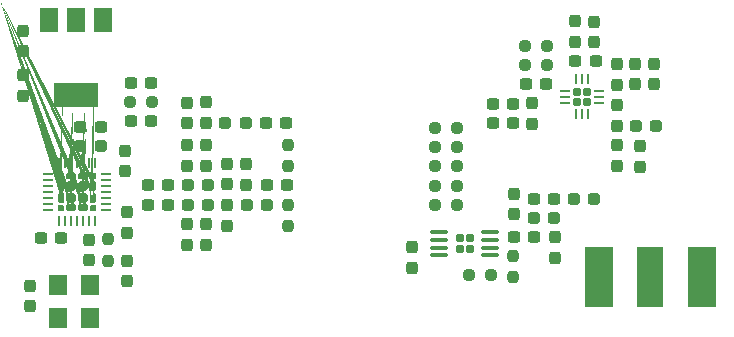
<source format=gtp>
%TF.GenerationSoftware,KiCad,Pcbnew,6.0.0*%
%TF.CreationDate,2022-01-11T02:49:15-08:00*%
%TF.ProjectId,ax5043,61783530-3433-42e6-9b69-6361645f7063,rev?*%
%TF.SameCoordinates,Original*%
%TF.FileFunction,Paste,Top*%
%TF.FilePolarity,Positive*%
%FSLAX46Y46*%
G04 Gerber Fmt 4.6, Leading zero omitted, Abs format (unit mm)*
G04 Created by KiCad (PCBNEW 6.0.0) date 2022-01-11 02:49:15*
%MOMM*%
%LPD*%
G01*
G04 APERTURE LIST*
G04 Aperture macros list*
%AMRoundRect*
0 Rectangle with rounded corners*
0 $1 Rounding radius*
0 $2 $3 $4 $5 $6 $7 $8 $9 X,Y pos of 4 corners*
0 Add a 4 corners polygon primitive as box body*
4,1,4,$2,$3,$4,$5,$6,$7,$8,$9,$2,$3,0*
0 Add four circle primitives for the rounded corners*
1,1,$1+$1,$2,$3*
1,1,$1+$1,$4,$5*
1,1,$1+$1,$6,$7*
1,1,$1+$1,$8,$9*
0 Add four rect primitives between the rounded corners*
20,1,$1+$1,$2,$3,$4,$5,0*
20,1,$1+$1,$4,$5,$6,$7,0*
20,1,$1+$1,$6,$7,$8,$9,0*
20,1,$1+$1,$8,$9,$2,$3,0*%
%AMFreePoly0*
4,1,48,0.180784,0.266839,0.197812,0.266839,0.211588,0.256830,0.227783,0.251568,0.237792,0.237792,0.251568,0.227783,0.256830,0.211588,0.266839,0.197812,0.266839,0.180784,0.272101,0.164589,0.272101,-0.164589,0.266839,-0.180784,0.266839,-0.197812,0.256830,-0.211588,0.251568,-0.227783,0.237792,-0.237792,0.227783,-0.251568,0.211588,-0.256830,0.197812,-0.266839,0.180784,-0.266839,
0.164589,-0.272101,-0.164589,-0.272101,-0.180784,-0.266839,-0.197812,-0.266839,-0.211588,-0.256830,-0.227783,-0.251568,-0.237792,-0.237792,-0.251568,-0.227783,-0.256830,-0.211588,-0.266839,-0.197812,-0.266839,-0.180784,-0.272101,-0.164589,-0.272101,0.075523,-0.269420,0.083774,-0.270777,0.092342,-0.259348,0.114772,-0.251568,0.138717,-0.244549,0.143817,-0.240611,0.151545,-0.151546,0.240611,
-0.143816,0.244550,-0.138717,0.251568,-0.114773,0.259348,-0.092342,0.270777,-0.083774,0.269420,-0.075523,0.272101,0.164589,0.272101,0.180784,0.266839,0.180784,0.266839,$1*%
%AMFreePoly1*
4,1,51,0.121446,0.402193,0.123663,0.402787,0.127060,0.401203,0.145390,0.397971,0.159647,0.386008,0.176512,0.378144,0.247132,0.307525,0.250168,0.303189,0.252157,0.302041,0.253440,0.298517,0.264114,0.283273,0.265736,0.264734,0.272101,0.247246,0.272101,-0.247246,0.271182,-0.252459,0.271776,-0.254677,0.270192,-0.258075,0.266960,-0.276402,0.254997,-0.290659,0.247132,-0.307525,
0.176512,-0.378144,0.172177,-0.381179,0.171029,-0.383168,0.167505,-0.384451,0.152260,-0.395125,0.133722,-0.396747,0.116234,-0.403112,-0.186855,-0.403112,-0.197929,-0.401159,-0.201658,-0.401817,-0.204937,-0.399924,-0.216011,-0.397971,-0.232977,-0.383735,-0.252157,-0.372661,-0.254788,-0.365433,-0.260680,-0.360489,-0.264526,-0.338678,-0.272101,-0.317866,-0.272101,0.317866,-0.270148,0.328940,
-0.270806,0.332669,-0.268913,0.335948,-0.266960,0.347022,-0.252724,0.363988,-0.241650,0.383168,-0.234422,0.385799,-0.229478,0.391691,-0.207667,0.395537,-0.186855,0.403112,0.116234,0.403112,0.121446,0.402193,0.121446,0.402193,$1*%
%AMFreePoly2*
4,1,51,0.328940,0.270148,0.332669,0.270806,0.335948,0.268913,0.347022,0.266960,0.363988,0.252724,0.383168,0.241650,0.385799,0.234422,0.391691,0.229478,0.395537,0.207667,0.403112,0.186855,0.403112,-0.116234,0.402193,-0.121446,0.402787,-0.123663,0.401203,-0.127060,0.397971,-0.145390,0.386008,-0.159647,0.378144,-0.176512,0.307524,-0.247133,0.303189,-0.250168,0.302041,-0.252157,
0.298518,-0.253439,0.283273,-0.264114,0.264734,-0.265736,0.247246,-0.272101,-0.247246,-0.272101,-0.252459,-0.271182,-0.254677,-0.271776,-0.258075,-0.270192,-0.276402,-0.266960,-0.290659,-0.254997,-0.307525,-0.247132,-0.378144,-0.176512,-0.381179,-0.172177,-0.383168,-0.171029,-0.384451,-0.167505,-0.395125,-0.152260,-0.396747,-0.133722,-0.403112,-0.116234,-0.403112,0.186855,-0.401159,0.197929,
-0.401817,0.201658,-0.399924,0.204937,-0.397971,0.216011,-0.383735,0.232977,-0.372661,0.252157,-0.365433,0.254788,-0.360489,0.260680,-0.338678,0.264526,-0.317866,0.272101,0.317866,0.272101,0.328940,0.270148,0.328940,0.270148,$1*%
%AMFreePoly3*
4,1,51,0.252459,0.271182,0.254676,0.271776,0.258073,0.270192,0.276402,0.266960,0.290658,0.254997,0.307524,0.247133,0.378144,0.176512,0.381179,0.172177,0.383168,0.171029,0.384451,0.167505,0.395125,0.152260,0.396747,0.133722,0.403112,0.116234,0.403112,-0.186855,0.401159,-0.197929,0.401817,-0.201658,0.399924,-0.204937,0.397971,-0.216011,0.383735,-0.232977,0.372661,-0.252157,
0.365433,-0.254788,0.360489,-0.260680,0.338678,-0.264526,0.317866,-0.272101,-0.317866,-0.272101,-0.328940,-0.270148,-0.332669,-0.270806,-0.335948,-0.268913,-0.347022,-0.266960,-0.363988,-0.252724,-0.383168,-0.241650,-0.385799,-0.234422,-0.391691,-0.229478,-0.395537,-0.207667,-0.403112,-0.186855,-0.403112,0.116234,-0.402193,0.121446,-0.402787,0.123663,-0.401203,0.127060,-0.397971,0.145390,
-0.386008,0.159647,-0.378144,0.176512,-0.307525,0.247132,-0.303189,0.250168,-0.302041,0.252157,-0.298517,0.253440,-0.283273,0.264114,-0.264734,0.265736,-0.247246,0.272101,0.247246,0.272101,0.252459,0.271182,0.252459,0.271182,$1*%
%AMFreePoly4*
4,1,48,0.180784,0.266839,0.197812,0.266839,0.211588,0.256830,0.227783,0.251568,0.237792,0.237792,0.251568,0.227783,0.256830,0.211588,0.266839,0.197812,0.266839,0.180784,0.272101,0.164589,0.272101,-0.075523,0.269420,-0.083774,0.270777,-0.092342,0.259348,-0.114773,0.251568,-0.138717,0.244550,-0.143816,0.240611,-0.151546,0.151545,-0.240611,0.143817,-0.244549,0.138717,-0.251568,
0.114772,-0.259348,0.092342,-0.270777,0.083774,-0.269420,0.075523,-0.272101,-0.164589,-0.272101,-0.180784,-0.266839,-0.197812,-0.266839,-0.211588,-0.256830,-0.227783,-0.251568,-0.237792,-0.237792,-0.251568,-0.227783,-0.256830,-0.211588,-0.266839,-0.197812,-0.266839,-0.180784,-0.272101,-0.164589,-0.272101,0.164589,-0.266839,0.180784,-0.266839,0.197812,-0.256830,0.211588,-0.251568,0.227783,
-0.237792,0.237792,-0.227783,0.251568,-0.211588,0.256830,-0.197812,0.266839,-0.180784,0.266839,-0.164589,0.272101,0.164589,0.272101,0.180784,0.266839,0.180784,0.266839,$1*%
%AMFreePoly5*
4,1,51,0.197929,0.401159,0.201658,0.401817,0.204937,0.399924,0.216011,0.397971,0.232977,0.383735,0.252157,0.372661,0.254788,0.365433,0.260680,0.360489,0.264526,0.338678,0.272101,0.317866,0.272101,-0.317866,0.270148,-0.328940,0.270806,-0.332669,0.268913,-0.335948,0.266960,-0.347022,0.252724,-0.363988,0.241650,-0.383168,0.234422,-0.385799,0.229478,-0.391691,0.207667,-0.395537,
0.186855,-0.403112,-0.116234,-0.403112,-0.121446,-0.402193,-0.123663,-0.402787,-0.127060,-0.401203,-0.145390,-0.397971,-0.159647,-0.386008,-0.176512,-0.378144,-0.247133,-0.307524,-0.250168,-0.303189,-0.252157,-0.302041,-0.253439,-0.298518,-0.264114,-0.283273,-0.265736,-0.264734,-0.272101,-0.247246,-0.272101,0.247246,-0.271182,0.252459,-0.271776,0.254676,-0.270192,0.258073,-0.266960,0.276402,
-0.254997,0.290658,-0.247133,0.307524,-0.176512,0.378144,-0.172177,0.381179,-0.171029,0.383168,-0.167505,0.384451,-0.152260,0.395125,-0.133722,0.396747,-0.116234,0.403112,0.186855,0.403112,0.197929,0.401159,0.197929,0.401159,$1*%
%AMFreePoly6*
4,1,48,0.083774,0.269420,0.092342,0.270777,0.114772,0.259348,0.138717,0.251568,0.143817,0.244549,0.151545,0.240611,0.240611,0.151546,0.244550,0.143816,0.251568,0.138717,0.259348,0.114773,0.270777,0.092342,0.269420,0.083774,0.272101,0.075523,0.272101,-0.164589,0.266839,-0.180784,0.266839,-0.197812,0.256830,-0.211588,0.251568,-0.227783,0.237792,-0.237792,0.227783,-0.251568,
0.211588,-0.256830,0.197812,-0.266839,0.180784,-0.266839,0.164589,-0.272101,-0.164589,-0.272101,-0.180784,-0.266839,-0.197812,-0.266839,-0.211588,-0.256830,-0.227783,-0.251568,-0.237792,-0.237792,-0.251568,-0.227783,-0.256830,-0.211588,-0.266839,-0.197812,-0.266839,-0.180784,-0.272101,-0.164589,-0.272101,0.164589,-0.266839,0.180784,-0.266839,0.197812,-0.256830,0.211588,-0.251568,0.227783,
-0.237792,0.237792,-0.227783,0.251568,-0.211588,0.256830,-0.197812,0.266839,-0.180784,0.266839,-0.164589,0.272101,0.075523,0.272101,0.083774,0.269420,0.083774,0.269420,$1*%
%AMFreePoly7*
4,1,48,0.180784,0.266839,0.197812,0.266839,0.211588,0.256830,0.227783,0.251568,0.237792,0.237792,0.251568,0.227783,0.256830,0.211588,0.266839,0.197812,0.266839,0.180784,0.272101,0.164589,0.272101,-0.164589,0.266839,-0.180784,0.266839,-0.197812,0.256830,-0.211588,0.251568,-0.227783,0.237792,-0.237792,0.227783,-0.251568,0.211588,-0.256830,0.197812,-0.266839,0.180784,-0.266839,
0.164589,-0.272101,-0.075523,-0.272101,-0.083774,-0.269420,-0.092342,-0.270777,-0.114773,-0.259348,-0.138717,-0.251568,-0.143816,-0.244550,-0.151546,-0.240611,-0.240611,-0.151545,-0.244549,-0.143817,-0.251568,-0.138717,-0.259348,-0.114772,-0.270777,-0.092342,-0.269420,-0.083774,-0.272101,-0.075523,-0.272101,0.164589,-0.266839,0.180784,-0.266839,0.197812,-0.256830,0.211588,-0.251568,0.227783,
-0.237792,0.237792,-0.227783,0.251568,-0.211588,0.256830,-0.197812,0.266839,-0.180784,0.266839,-0.164589,0.272101,0.164589,0.272101,0.180784,0.266839,0.180784,0.266839,$1*%
G04 Aperture macros list end*
%ADD10RoundRect,0.237500X-0.237500X0.300000X-0.237500X-0.300000X0.237500X-0.300000X0.237500X0.300000X0*%
%ADD11RoundRect,0.237500X0.237500X-0.300000X0.237500X0.300000X-0.237500X0.300000X-0.237500X-0.300000X0*%
%ADD12RoundRect,0.237500X-0.300000X-0.237500X0.300000X-0.237500X0.300000X0.237500X-0.300000X0.237500X0*%
%ADD13RoundRect,0.237500X0.300000X0.237500X-0.300000X0.237500X-0.300000X-0.237500X0.300000X-0.237500X0*%
%ADD14FreePoly0,180.000000*%
%ADD15FreePoly1,180.000000*%
%ADD16FreePoly2,180.000000*%
%ADD17FreePoly3,180.000000*%
%ADD18FreePoly4,180.000000*%
%ADD19RoundRect,0.201557X0.201556X0.201556X-0.201556X0.201556X-0.201556X-0.201556X0.201556X-0.201556X0*%
%ADD20FreePoly5,180.000000*%
%ADD21FreePoly6,180.000000*%
%ADD22FreePoly7,180.000000*%
%ADD23RoundRect,0.062500X0.337500X0.062500X-0.337500X0.062500X-0.337500X-0.062500X0.337500X-0.062500X0*%
%ADD24RoundRect,0.062500X0.062500X0.337500X-0.062500X0.337500X-0.062500X-0.337500X0.062500X-0.337500X0*%
%ADD25RoundRect,0.237500X-0.287500X-0.237500X0.287500X-0.237500X0.287500X0.237500X-0.287500X0.237500X0*%
%ADD26RoundRect,0.237500X-0.237500X0.287500X-0.237500X-0.287500X0.237500X-0.287500X0.237500X0.287500X0*%
%ADD27RoundRect,0.177500X-0.177500X-0.177500X0.177500X-0.177500X0.177500X0.177500X-0.177500X0.177500X0*%
%ADD28RoundRect,0.062500X-0.350000X-0.062500X0.350000X-0.062500X0.350000X0.062500X-0.350000X0.062500X0*%
%ADD29RoundRect,0.062500X-0.062500X-0.350000X0.062500X-0.350000X0.062500X0.350000X-0.062500X0.350000X0*%
%ADD30RoundRect,0.237500X0.237500X-0.287500X0.237500X0.287500X-0.237500X0.287500X-0.237500X-0.287500X0*%
%ADD31R,1.540000X1.800000*%
%ADD32RoundRect,0.237500X0.250000X0.237500X-0.250000X0.237500X-0.250000X-0.237500X0.250000X-0.237500X0*%
%ADD33RoundRect,0.237500X0.237500X-0.250000X0.237500X0.250000X-0.237500X0.250000X-0.237500X-0.250000X0*%
%ADD34RoundRect,0.237500X-0.237500X0.250000X-0.237500X-0.250000X0.237500X-0.250000X0.237500X0.250000X0*%
%ADD35RoundRect,0.237500X-0.250000X-0.237500X0.250000X-0.237500X0.250000X0.237500X-0.250000X0.237500X0*%
%ADD36RoundRect,0.237500X0.287500X0.237500X-0.287500X0.237500X-0.287500X-0.237500X0.287500X-0.237500X0*%
%ADD37R,2.290000X5.080000*%
%ADD38R,2.420000X5.080000*%
%ADD39RoundRect,0.170000X0.170000X0.210000X-0.170000X0.210000X-0.170000X-0.210000X0.170000X-0.210000X0*%
%ADD40RoundRect,0.100000X0.625000X0.100000X-0.625000X0.100000X-0.625000X-0.100000X0.625000X-0.100000X0*%
%ADD41R,1.500000X2.000000*%
%ADD42R,3.800000X2.000000*%
G04 APERTURE END LIST*
D10*
%TO.C,C101*%
X60500000Y-53837500D03*
X60500000Y-55562500D03*
%TD*%
D11*
%TO.C,C210*%
X112700000Y-65362500D03*
X112700000Y-63637500D03*
%TD*%
D12*
%TO.C,C116*%
X71037500Y-68600000D03*
X72762500Y-68600000D03*
%TD*%
D13*
%TO.C,C120*%
X82862500Y-66900000D03*
X81137500Y-66900000D03*
%TD*%
D12*
%TO.C,C107*%
X69637500Y-61500000D03*
X71362500Y-61500000D03*
%TD*%
D14*
%TO.C,U103*%
X63712500Y-66162500D03*
D15*
X66387500Y-68000000D03*
D16*
X64550000Y-68837500D03*
D17*
X65550000Y-66162500D03*
D18*
X66387500Y-68837500D03*
D19*
X64550000Y-68000000D03*
D15*
X66387500Y-67000000D03*
D19*
X65550000Y-68000000D03*
X65550000Y-67000000D03*
D20*
X63712500Y-68000000D03*
D19*
X64550000Y-67000000D03*
D17*
X64550000Y-66162500D03*
D21*
X66387500Y-66162500D03*
D16*
X65550000Y-68837500D03*
D22*
X63712500Y-68837500D03*
D20*
X63712500Y-67000000D03*
D23*
X67500000Y-69000000D03*
X67500000Y-68500000D03*
X67500000Y-68000000D03*
X67500000Y-67500000D03*
X67500000Y-67000000D03*
X67500000Y-66500000D03*
X67500000Y-66000000D03*
D24*
X66550000Y-65050000D03*
X66050000Y-65050000D03*
X65550000Y-65050000D03*
X65050000Y-65050000D03*
X64550000Y-65050000D03*
X64050000Y-65050000D03*
X63550000Y-65050000D03*
D23*
X62600000Y-66000000D03*
X62600000Y-66500000D03*
X62600000Y-67000000D03*
X62600000Y-67500000D03*
X62600000Y-68000000D03*
X62600000Y-68500000D03*
X62600000Y-69000000D03*
D24*
X63550000Y-69950000D03*
X64050000Y-69950000D03*
X64550000Y-69950000D03*
X65050000Y-69950000D03*
X65550000Y-69950000D03*
X66050000Y-69950000D03*
X66550000Y-69950000D03*
%TD*%
D10*
%TO.C,C204*%
X108843750Y-53075000D03*
X108843750Y-54800000D03*
%TD*%
D25*
%TO.C,L204*%
X112368750Y-61937500D03*
X114118750Y-61937500D03*
%TD*%
D26*
%TO.C,L205*%
X110743750Y-63562500D03*
X110743750Y-65312500D03*
%TD*%
D27*
%TO.C,U201*%
X108228750Y-59027500D03*
X107408750Y-59847500D03*
X107408750Y-59027500D03*
X108228750Y-59847500D03*
D28*
X106356250Y-58937500D03*
X106356250Y-59437500D03*
X106356250Y-59937500D03*
D29*
X107318750Y-60900000D03*
X107818750Y-60900000D03*
X108318750Y-60900000D03*
D28*
X109281250Y-59937500D03*
X109281250Y-59437500D03*
X109281250Y-58937500D03*
D29*
X108318750Y-57975000D03*
X107818750Y-57975000D03*
X107318750Y-57975000D03*
%TD*%
D12*
%TO.C,C115*%
X71037500Y-66900000D03*
X72762500Y-66900000D03*
%TD*%
D30*
%TO.C,L109*%
X79400000Y-66875000D03*
X79400000Y-65125000D03*
%TD*%
D13*
%TO.C,C202*%
X101981250Y-60037500D03*
X100256250Y-60037500D03*
%TD*%
D25*
%TO.C,L111*%
X107125000Y-68100000D03*
X108875000Y-68100000D03*
%TD*%
D10*
%TO.C,C206*%
X93400000Y-72175000D03*
X93400000Y-73900000D03*
%TD*%
D25*
%TO.C,L106*%
X74425000Y-66900000D03*
X76175000Y-66900000D03*
%TD*%
D31*
%TO.C,U102*%
X63460000Y-78200000D03*
X66140000Y-78200000D03*
X66140000Y-75400000D03*
X63460000Y-75400000D03*
%TD*%
D11*
%TO.C,C106*%
X69300000Y-75062500D03*
X69300000Y-73337500D03*
%TD*%
D10*
%TO.C,C119*%
X77800000Y-68637500D03*
X77800000Y-70362500D03*
%TD*%
%TO.C,C209*%
X113943750Y-56675000D03*
X113943750Y-58400000D03*
%TD*%
D26*
%TO.C,L103*%
X74400000Y-70225000D03*
X74400000Y-71975000D03*
%TD*%
D32*
%TO.C,R203*%
X97212500Y-65300000D03*
X95387500Y-65300000D03*
%TD*%
D10*
%TO.C,C123*%
X102100000Y-67637500D03*
X102100000Y-69362500D03*
%TD*%
D33*
%TO.C,R102*%
X67700000Y-73312500D03*
X67700000Y-71487500D03*
%TD*%
D32*
%TO.C,C121*%
X100112500Y-74500000D03*
X98287500Y-74500000D03*
%TD*%
D34*
%TO.C,R104*%
X82900000Y-63487500D03*
X82900000Y-65312500D03*
%TD*%
D35*
%TO.C,R202*%
X95387500Y-63700000D03*
X97212500Y-63700000D03*
%TD*%
D12*
%TO.C,C203*%
X103056250Y-58337500D03*
X104781250Y-58337500D03*
%TD*%
D35*
%TO.C,R103*%
X95387500Y-68600000D03*
X97212500Y-68600000D03*
%TD*%
D10*
%TO.C,C207*%
X110743750Y-60175000D03*
X110743750Y-61900000D03*
%TD*%
D26*
%TO.C,L203*%
X110743750Y-56662500D03*
X110743750Y-58412500D03*
%TD*%
D30*
%TO.C,L202*%
X107243750Y-54812500D03*
X107243750Y-53062500D03*
%TD*%
D36*
%TO.C,L108*%
X81175000Y-68600000D03*
X79425000Y-68600000D03*
%TD*%
D10*
%TO.C,C118*%
X77800000Y-65137500D03*
X77800000Y-66862500D03*
%TD*%
%TO.C,C114*%
X76000000Y-70237500D03*
X76000000Y-71962500D03*
%TD*%
D37*
%TO.C,J103*%
X113600000Y-74730000D03*
D38*
X109220000Y-74730000D03*
X117980000Y-74730000D03*
%TD*%
D34*
%TO.C,R105*%
X102000000Y-72887500D03*
X102000000Y-74712500D03*
%TD*%
D11*
%TO.C,C110*%
X69300000Y-70962500D03*
X69300000Y-69237500D03*
%TD*%
D32*
%TO.C,R206*%
X97212500Y-67000000D03*
X95387500Y-67000000D03*
%TD*%
D25*
%TO.C,L107*%
X74425000Y-68600000D03*
X76175000Y-68600000D03*
%TD*%
D10*
%TO.C,C111*%
X69100000Y-64037500D03*
X69100000Y-65762500D03*
%TD*%
D25*
%TO.C,L101*%
X65325000Y-63600000D03*
X67075000Y-63600000D03*
%TD*%
D30*
%TO.C,L104*%
X76000000Y-61675000D03*
X76000000Y-59925000D03*
%TD*%
D35*
%TO.C,R205*%
X103006250Y-55137500D03*
X104831250Y-55137500D03*
%TD*%
D10*
%TO.C,C208*%
X112343750Y-56675000D03*
X112343750Y-58400000D03*
%TD*%
D25*
%TO.C,L105*%
X77625000Y-61700000D03*
X79375000Y-61700000D03*
%TD*%
D35*
%TO.C,R204*%
X103006250Y-56737500D03*
X104831250Y-56737500D03*
%TD*%
D13*
%TO.C,C104*%
X71362500Y-58300000D03*
X69637500Y-58300000D03*
%TD*%
D12*
%TO.C,C124*%
X103737500Y-68100000D03*
X105462500Y-68100000D03*
%TD*%
%TO.C,C205*%
X107256250Y-56437500D03*
X108981250Y-56437500D03*
%TD*%
D10*
%TO.C,C103*%
X61100000Y-75437500D03*
X61100000Y-77162500D03*
%TD*%
D34*
%TO.C,R106*%
X82900000Y-68587500D03*
X82900000Y-70412500D03*
%TD*%
D35*
%TO.C,R201*%
X95387500Y-62100000D03*
X97212500Y-62100000D03*
%TD*%
D26*
%TO.C,L102*%
X74400000Y-63525000D03*
X74400000Y-65275000D03*
%TD*%
D39*
%TO.C,U104*%
X97480000Y-71430000D03*
X98320000Y-71430000D03*
X98320000Y-72370000D03*
X97480000Y-72370000D03*
D40*
X100050000Y-72875000D03*
X100050000Y-72225000D03*
X100050000Y-71575000D03*
X100050000Y-70925000D03*
X95750000Y-70925000D03*
X95750000Y-71575000D03*
X95750000Y-72225000D03*
X95750000Y-72875000D03*
%TD*%
D11*
%TO.C,C105*%
X66100000Y-73262500D03*
X66100000Y-71537500D03*
%TD*%
D10*
%TO.C,C113*%
X76000000Y-63537500D03*
X76000000Y-65262500D03*
%TD*%
D13*
%TO.C,C201*%
X101981250Y-61637500D03*
X100256250Y-61637500D03*
%TD*%
D25*
%TO.C,L110*%
X103725000Y-69700000D03*
X105475000Y-69700000D03*
%TD*%
D10*
%TO.C,C125*%
X105500000Y-71337500D03*
X105500000Y-73062500D03*
%TD*%
D30*
%TO.C,L201*%
X103618750Y-61712500D03*
X103618750Y-59962500D03*
%TD*%
D11*
%TO.C,C102*%
X60500000Y-59362500D03*
X60500000Y-57637500D03*
%TD*%
D35*
%TO.C,R101*%
X69587500Y-59900000D03*
X71412500Y-59900000D03*
%TD*%
D12*
%TO.C,C122*%
X102037500Y-71300000D03*
X103762500Y-71300000D03*
%TD*%
%TO.C,C117*%
X81037500Y-61700000D03*
X82762500Y-61700000D03*
%TD*%
D11*
%TO.C,C112*%
X74400000Y-61662500D03*
X74400000Y-59937500D03*
%TD*%
D12*
%TO.C,C109*%
X61975000Y-71400000D03*
X63700000Y-71400000D03*
%TD*%
D13*
%TO.C,C108*%
X67062500Y-62000000D03*
X65337500Y-62000000D03*
%TD*%
D41*
%TO.C,U101*%
X67300000Y-52950000D03*
X65000000Y-52950000D03*
D42*
X65000000Y-59250000D03*
D41*
X62700000Y-52950000D03*
%TD*%
M02*

</source>
